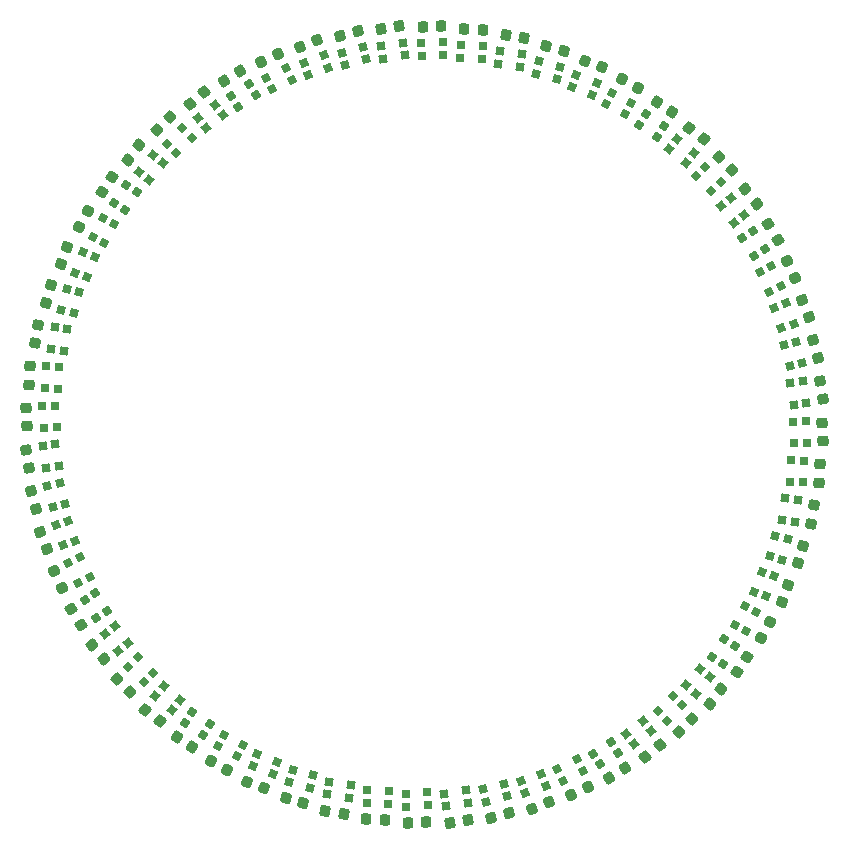
<source format=gbr>
%TF.GenerationSoftware,KiCad,Pcbnew,(6.0.4)*%
%TF.CreationDate,2022-06-17T20:48:29+08:00*%
%TF.ProjectId,WS2812_2020_60bit,57533238-3132-45f3-9230-32305f363062,rev?*%
%TF.SameCoordinates,Original*%
%TF.FileFunction,Soldermask,Top*%
%TF.FilePolarity,Negative*%
%FSLAX46Y46*%
G04 Gerber Fmt 4.6, Leading zero omitted, Abs format (unit mm)*
G04 Created by KiCad (PCBNEW (6.0.4)) date 2022-06-17 20:48:29*
%MOMM*%
%LPD*%
G01*
G04 APERTURE LIST*
G04 Aperture macros list*
%AMRoundRect*
0 Rectangle with rounded corners*
0 $1 Rounding radius*
0 $2 $3 $4 $5 $6 $7 $8 $9 X,Y pos of 4 corners*
0 Add a 4 corners polygon primitive as box body*
4,1,4,$2,$3,$4,$5,$6,$7,$8,$9,$2,$3,0*
0 Add four circle primitives for the rounded corners*
1,1,$1+$1,$2,$3*
1,1,$1+$1,$4,$5*
1,1,$1+$1,$6,$7*
1,1,$1+$1,$8,$9*
0 Add four rect primitives between the rounded corners*
20,1,$1+$1,$2,$3,$4,$5,0*
20,1,$1+$1,$4,$5,$6,$7,0*
20,1,$1+$1,$6,$7,$8,$9,0*
20,1,$1+$1,$8,$9,$2,$3,0*%
%AMRotRect*
0 Rectangle, with rotation*
0 The origin of the aperture is its center*
0 $1 length*
0 $2 width*
0 $3 Rotation angle, in degrees counterclockwise*
0 Add horizontal line*
21,1,$1,$2,0,0,$3*%
G04 Aperture macros list end*
%ADD10RoundRect,0.225000X0.314028X-0.120464X0.152762X0.299648X-0.314028X0.120464X-0.152762X-0.299648X0*%
%ADD11RotRect,0.700000X0.700000X45.000000*%
%ADD12RoundRect,0.225000X0.017528X0.335884X-0.332188X0.052689X-0.017528X-0.335884X0.332188X-0.052689X0*%
%ADD13RotRect,0.700000X0.700000X315.000000*%
%ADD14RotRect,0.700000X0.700000X243.000000*%
%ADD15RotRect,0.700000X0.700000X141.000000*%
%ADD16RoundRect,0.225000X-0.332211X0.052541X-0.087124X-0.324861X0.332211X-0.052541X0.087124X0.324861X0*%
%ADD17RoundRect,0.225000X0.332211X-0.052541X0.087124X0.324861X-0.332211X0.052541X-0.087124X-0.324861X0*%
%ADD18RotRect,0.700000X0.700000X3.000000*%
%ADD19RoundRect,0.225000X-0.120604X0.313974X-0.324899X-0.086979X0.120604X-0.313974X0.324899X0.086979X0*%
%ADD20RotRect,0.700000X0.700000X9.000000*%
%ADD21RoundRect,0.225000X0.282038X0.183247X-0.152629X0.299716X-0.282038X-0.183247X0.152629X-0.299716X0*%
%ADD22RoundRect,0.225000X0.335876X0.017678X0.017678X0.335876X-0.335876X-0.017678X-0.017678X-0.335876X0*%
%ADD23RotRect,0.700000X0.700000X261.000000*%
%ADD24RoundRect,0.225000X0.052689X-0.332188X0.335884X0.017528X-0.052689X0.332188X-0.335884X-0.017528X0*%
%ADD25RotRect,0.700000X0.700000X225.000000*%
%ADD26RoundRect,0.225000X-0.282038X-0.183247X0.152629X-0.299716X0.282038X0.183247X-0.152629X0.299716X0*%
%ADD27RotRect,0.700000X0.700000X291.000000*%
%ADD28RotRect,0.700000X0.700000X345.000000*%
%ADD29RotRect,0.700000X0.700000X303.000000*%
%ADD30RoundRect,0.225000X-0.052689X0.332188X-0.335884X-0.017528X0.052689X-0.332188X0.335884X0.017528X0*%
%ADD31RoundRect,0.225000X-0.261433X0.211608X-0.237882X-0.237776X0.261433X-0.211608X0.237882X0.237776X0*%
%ADD32RoundRect,0.225000X0.332188X0.052689X-0.017528X0.335884X-0.332188X-0.052689X0.017528X-0.335884X0*%
%ADD33RotRect,0.700000X0.700000X51.000000*%
%ADD34RotRect,0.700000X0.700000X117.000000*%
%ADD35RotRect,0.700000X0.700000X123.000000*%
%ADD36RoundRect,0.225000X0.237776X0.237882X-0.211608X0.261433X-0.237776X-0.237882X0.211608X-0.261433X0*%
%ADD37RotRect,0.700000X0.700000X189.000000*%
%ADD38RotRect,0.700000X0.700000X57.000000*%
%ADD39RotRect,0.700000X0.700000X327.000000*%
%ADD40RotRect,0.700000X0.700000X285.000000*%
%ADD41RotRect,0.700000X0.700000X357.000000*%
%ADD42RoundRect,0.225000X0.237882X-0.237776X0.261433X0.211608X-0.237882X0.237776X-0.261433X-0.211608X0*%
%ADD43RotRect,0.700000X0.700000X237.000000*%
%ADD44RotRect,0.700000X0.700000X339.000000*%
%ADD45RotRect,0.700000X0.700000X231.000000*%
%ADD46RoundRect,0.225000X-0.237776X-0.237882X0.211608X-0.261433X0.237776X0.237882X-0.211608X0.261433X0*%
%ADD47RotRect,0.700000X0.700000X27.000000*%
%ADD48RotRect,0.700000X0.700000X201.000000*%
%ADD49RotRect,0.700000X0.700000X105.000000*%
%ADD50RoundRect,0.225000X0.324899X-0.086979X0.120604X0.313974X-0.324899X0.086979X-0.120604X-0.313974X0*%
%ADD51RoundRect,0.225000X0.152629X0.299716X-0.282038X0.183247X-0.152629X-0.299716X0.282038X-0.183247X0*%
%ADD52RotRect,0.700000X0.700000X213.000000*%
%ADD53RoundRect,0.225000X0.086979X0.324899X-0.313974X0.120604X-0.086979X-0.324899X0.313974X-0.120604X0*%
%ADD54RoundRect,0.225000X-0.152762X0.299648X-0.314028X-0.120464X0.152762X-0.299648X0.314028X0.120464X0*%
%ADD55RoundRect,0.225000X-0.324899X0.086979X-0.120604X-0.313974X0.324899X-0.086979X0.120604X0.313974X0*%
%ADD56RotRect,0.700000X0.700000X279.000000*%
%ADD57RoundRect,0.225000X0.211608X0.261433X-0.237776X0.237882X-0.211608X-0.261433X0.237776X-0.237882X0*%
%ADD58RotRect,0.700000X0.700000X21.000000*%
%ADD59RotRect,0.700000X0.700000X87.000000*%
%ADD60RoundRect,0.225000X0.335884X-0.017528X0.052689X0.332188X-0.335884X0.017528X-0.052689X-0.332188X0*%
%ADD61RoundRect,0.225000X-0.211608X-0.261433X0.237776X-0.237882X0.211608X0.261433X-0.237776X0.237882X0*%
%ADD62RotRect,0.700000X0.700000X33.000000*%
%ADD63RoundRect,0.225000X-0.261338X-0.211724X0.183121X-0.282120X0.261338X0.211724X-0.183121X0.282120X0*%
%ADD64RotRect,0.700000X0.700000X333.000000*%
%ADD65RoundRect,0.225000X0.152762X-0.299648X0.314028X0.120464X-0.152762X0.299648X-0.314028X-0.120464X0*%
%ADD66RoundRect,0.225000X-0.313974X-0.120604X0.086979X-0.324899X0.313974X0.120604X-0.086979X0.324899X0*%
%ADD67RotRect,0.700000X0.700000X15.000000*%
%ADD68RotRect,0.700000X0.700000X153.000000*%
%ADD69RoundRect,0.225000X-0.017528X-0.335884X0.332188X-0.052689X0.017528X0.335884X-0.332188X0.052689X0*%
%ADD70RotRect,0.700000X0.700000X135.000000*%
%ADD71RotRect,0.700000X0.700000X177.000000*%
%ADD72RotRect,0.700000X0.700000X69.000000*%
%ADD73RotRect,0.700000X0.700000X249.000000*%
%ADD74RoundRect,0.225000X0.183247X-0.282038X0.299716X0.152629X-0.183247X0.282038X-0.299716X-0.152629X0*%
%ADD75RotRect,0.700000X0.700000X147.000000*%
%ADD76RoundRect,0.225000X-0.017678X0.335876X-0.335876X0.017678X0.017678X-0.335876X0.335876X-0.017678X0*%
%ADD77RoundRect,0.225000X-0.211724X0.261338X-0.282120X-0.183121X0.211724X-0.261338X0.282120X0.183121X0*%
%ADD78RoundRect,0.225000X0.261338X0.211724X-0.183121X0.282120X-0.261338X-0.211724X0.183121X-0.282120X0*%
%ADD79RoundRect,0.225000X-0.332188X-0.052689X0.017528X-0.335884X0.332188X0.052689X-0.017528X0.335884X0*%
%ADD80RoundRect,0.225000X-0.183121X-0.282120X0.261338X-0.211724X0.183121X0.282120X-0.261338X0.211724X0*%
%ADD81RoundRect,0.225000X-0.282120X0.183121X-0.211724X-0.261338X0.282120X-0.183121X0.211724X0.261338X0*%
%ADD82RotRect,0.700000X0.700000X93.000000*%
%ADD83RotRect,0.700000X0.700000X195.000000*%
%ADD84RoundRect,0.225000X-0.152629X-0.299716X0.282038X-0.183247X0.152629X0.299716X-0.282038X0.183247X0*%
%ADD85RotRect,0.700000X0.700000X159.000000*%
%ADD86RotRect,0.700000X0.700000X39.000000*%
%ADD87RotRect,0.700000X0.700000X273.000000*%
%ADD88RotRect,0.700000X0.700000X111.000000*%
%ADD89RotRect,0.700000X0.700000X171.000000*%
%ADD90RoundRect,0.225000X-0.335884X0.017528X-0.052689X-0.332188X0.335884X-0.017528X0.052689X0.332188X0*%
%ADD91RotRect,0.700000X0.700000X129.000000*%
%ADD92RoundRect,0.225000X0.087124X-0.324861X0.332211X0.052541X-0.087124X0.324861X-0.332211X-0.052541X0*%
%ADD93RoundRect,0.225000X0.052541X0.332211X-0.324861X0.087124X-0.052541X-0.332211X0.324861X-0.087124X0*%
%ADD94RotRect,0.700000X0.700000X255.000000*%
%ADD95RotRect,0.700000X0.700000X99.000000*%
%ADD96RotRect,0.700000X0.700000X219.000000*%
%ADD97RoundRect,0.225000X0.324861X0.087124X-0.052541X0.332211X-0.324861X-0.087124X0.052541X-0.332211X0*%
%ADD98RoundRect,0.225000X-0.120464X-0.314028X0.299648X-0.152762X0.120464X0.314028X-0.299648X0.152762X0*%
%ADD99RoundRect,0.225000X-0.237882X0.237776X-0.261433X-0.211608X0.237882X-0.237776X0.261433X0.211608X0*%
%ADD100RoundRect,0.225000X-0.314028X0.120464X-0.152762X-0.299648X0.314028X-0.120464X0.152762X0.299648X0*%
%ADD101RoundRect,0.225000X0.261433X-0.211608X0.237882X0.237776X-0.261433X0.211608X-0.237882X-0.237776X0*%
%ADD102RoundRect,0.225000X0.120464X0.314028X-0.299648X0.152762X-0.120464X-0.314028X0.299648X-0.152762X0*%
%ADD103RotRect,0.700000X0.700000X309.000000*%
%ADD104RoundRect,0.225000X0.313974X0.120604X-0.086979X0.324899X-0.313974X-0.120604X0.086979X-0.324899X0*%
%ADD105RoundRect,0.225000X-0.324861X-0.087124X0.052541X-0.332211X0.324861X0.087124X-0.052541X0.332211X0*%
%ADD106RoundRect,0.225000X0.299648X0.152762X-0.120464X0.314028X-0.299648X-0.152762X0.120464X-0.314028X0*%
%ADD107RotRect,0.700000X0.700000X207.000000*%
%ADD108RotRect,0.700000X0.700000X183.000000*%
%ADD109RotRect,0.700000X0.700000X81.000000*%
%ADD110RoundRect,0.225000X0.120604X-0.313974X0.324899X0.086979X-0.120604X0.313974X-0.324899X-0.086979X0*%
%ADD111RoundRect,0.225000X-0.299648X-0.152762X0.120464X-0.314028X0.299648X0.152762X-0.120464X0.314028X0*%
%ADD112RotRect,0.700000X0.700000X321.000000*%
%ADD113RotRect,0.700000X0.700000X165.000000*%
%ADD114RotRect,0.700000X0.700000X267.000000*%
%ADD115RoundRect,0.225000X0.282120X-0.183121X0.211724X0.261338X-0.282120X0.183121X-0.211724X-0.261338X0*%
%ADD116RotRect,0.700000X0.700000X63.000000*%
%ADD117RoundRect,0.225000X0.299716X-0.152629X0.183247X0.282038X-0.299716X0.152629X-0.183247X-0.282038X0*%
%ADD118RoundRect,0.225000X-0.335876X-0.017678X-0.017678X-0.335876X0.335876X0.017678X0.017678X0.335876X0*%
%ADD119RotRect,0.700000X0.700000X297.000000*%
%ADD120RoundRect,0.225000X0.017678X-0.335876X0.335876X-0.017678X-0.017678X0.335876X-0.335876X0.017678X0*%
%ADD121RotRect,0.700000X0.700000X75.000000*%
%ADD122RoundRect,0.225000X-0.299716X0.152629X-0.183247X-0.282038X0.299716X-0.152629X0.183247X0.282038X0*%
%ADD123RoundRect,0.225000X-0.086979X-0.324899X0.313974X-0.120604X0.086979X0.324899X-0.313974X0.120604X0*%
%ADD124RoundRect,0.225000X0.183121X0.282120X-0.261338X0.211724X-0.183121X-0.282120X0.261338X-0.211724X0*%
%ADD125RoundRect,0.225000X0.211724X-0.261338X0.282120X0.183121X-0.211724X0.261338X-0.282120X-0.183121X0*%
%ADD126RoundRect,0.225000X-0.052541X-0.332211X0.324861X-0.087124X0.052541X0.332211X-0.324861X0.087124X0*%
%ADD127RoundRect,0.225000X-0.183247X0.282038X-0.299716X-0.152629X0.183247X-0.282038X0.299716X0.152629X0*%
%ADD128RotRect,0.700000X0.700000X351.000000*%
%ADD129RoundRect,0.225000X-0.087124X0.324861X-0.332211X-0.052541X0.087124X-0.324861X0.332211X0.052541X0*%
G04 APERTURE END LIST*
D10*
%TO.C,REF\u002A\u002A100*%
X199024925Y-87536283D03*
X198469455Y-86089233D03*
%TD*%
D11*
%TO.C,LED\u002A\u002A74*%
X255291294Y-57273111D03*
X256069111Y-56495294D03*
X254775106Y-55201289D03*
X253997289Y-55979106D03*
%TD*%
D12*
%TO.C,REF\u002A\u002A118*%
X250901442Y-104154213D03*
X249696866Y-105129659D03*
%TD*%
D13*
%TO.C,LED\u002A\u002A8*%
X250726889Y-101291294D03*
X251504706Y-102069111D03*
X252798711Y-100775106D03*
X252020894Y-99997289D03*
%TD*%
D14*
%TO.C,LED\u002A\u002A107*%
X213993551Y-103267808D03*
X213494161Y-104247915D03*
X215124703Y-105078718D03*
X215624093Y-104098611D03*
%TD*%
D15*
%TO.C,LED\u002A\u002A90*%
X208842045Y-54903798D03*
X207987185Y-54211545D03*
X206835529Y-55633722D03*
X207690389Y-56325975D03*
%TD*%
D16*
%TO.C,REF\u002A\u002A72*%
X260085727Y-60045968D03*
X260929917Y-61345908D03*
%TD*%
D17*
%TO.C,REF\u002A\u002A102*%
X201914273Y-93954032D03*
X201070083Y-92654092D03*
%TD*%
D18*
%TO.C,LED\u002A\u002A67*%
X262251814Y-78594113D03*
X263350307Y-78536543D03*
X263254532Y-76709051D03*
X262156039Y-76766621D03*
%TD*%
D19*
%TO.C,REF\u002A\u002A62*%
X260225486Y-93711962D03*
X259521800Y-95093022D03*
%TD*%
D20*
%TO.C,LED\u002A\u002A68*%
X262247244Y-75318676D03*
X263333701Y-75146598D03*
X263047426Y-73339128D03*
X261960969Y-73511206D03*
%TD*%
D21*
%TO.C,REF\u002A\u002A109*%
X220729555Y-109061451D03*
X219232369Y-108660281D03*
%TD*%
D22*
%TO.C,REF\u002A\u002A104*%
X206074808Y-99630808D03*
X204978792Y-98534792D03*
%TD*%
D23*
%TO.C,LED\u002A\u002A110*%
X222943104Y-107237453D03*
X222771026Y-108323910D03*
X224578496Y-108610185D03*
X224750574Y-107523728D03*
%TD*%
D24*
%TO.C,REF\u002A\u002A90*%
X205887774Y-54576914D03*
X206863220Y-53372338D03*
%TD*%
D25*
%TO.C,LED\u002A\u002A104*%
X206708706Y-96726889D03*
X205930889Y-97504706D03*
X207224894Y-98798711D03*
X208002711Y-98020894D03*
%TD*%
D26*
%TO.C,REF\u002A\u002A79*%
X241270445Y-44938549D03*
X242767631Y-45339719D03*
%TD*%
D27*
%TO.C,LED\u002A\u002A115*%
X239141251Y-107214849D03*
X239535455Y-108241788D03*
X241243907Y-107585975D03*
X240849703Y-106559036D03*
%TD*%
D28*
%TO.C,LED\u002A\u002A64*%
X260229633Y-88173434D03*
X261292152Y-88458135D03*
X261765791Y-86690490D03*
X260703272Y-86405789D03*
%TD*%
D29*
%TO.C,LED\u002A\u002A117*%
X245245365Y-104861922D03*
X245844468Y-105784460D03*
X247379235Y-104787770D03*
X246780132Y-103865232D03*
%TD*%
D30*
%TO.C,REF\u002A\u002A60*%
X256112226Y-99423086D03*
X255136780Y-100627662D03*
%TD*%
D31*
%TO.C,REF\u002A\u002A67*%
X264665994Y-76860241D03*
X264747114Y-78408117D03*
%TD*%
D32*
%TO.C,REF\u002A\u002A105*%
X208576914Y-102112226D03*
X207372338Y-101136780D03*
%TD*%
D33*
%TO.C,LED\u002A\u002A75*%
X253096202Y-54842045D03*
X253788455Y-53987185D03*
X252366278Y-52835529D03*
X251674025Y-53690389D03*
%TD*%
D34*
%TO.C,LED\u002A\u002A86*%
X219745037Y-47801662D03*
X219245647Y-46821555D03*
X217615105Y-47652358D03*
X218114495Y-48632465D03*
%TD*%
D35*
%TO.C,LED\u002A\u002A87*%
X216754635Y-49138078D03*
X216155532Y-48215540D03*
X214620765Y-49212230D03*
X215219868Y-50134768D03*
%TD*%
D36*
%TO.C,REF\u002A\u002A111*%
X227619939Y-110496176D03*
X226072063Y-110415056D03*
%TD*%
D37*
%TO.C,LED\u002A\u002A98*%
X199752756Y-78681324D03*
X198666299Y-78853402D03*
X198952574Y-80660872D03*
X200039031Y-80488794D03*
%TD*%
D38*
%TO.C,LED\u002A\u002A76*%
X250659020Y-52653748D03*
X251258123Y-51731210D03*
X249723356Y-50734520D03*
X249124253Y-51657058D03*
%TD*%
D39*
%TO.C,LED\u002A\u002A61*%
X255346252Y-96659020D03*
X256268790Y-97258123D03*
X257265480Y-95723356D03*
X256342942Y-95124253D03*
%TD*%
D40*
%TO.C,LED\u002A\u002A114*%
X235938339Y-107900322D03*
X236223040Y-108962841D03*
X237990685Y-108489202D03*
X237705984Y-107426683D03*
%TD*%
D41*
%TO.C,LED\u002A\u002A66*%
X261913983Y-81852084D03*
X263012476Y-81909654D03*
X263108251Y-80082162D03*
X262009758Y-80024592D03*
%TD*%
D42*
%TO.C,REF\u002A\u002A96*%
X197503824Y-73619939D03*
X197584944Y-72072063D03*
%TD*%
D43*
%TO.C,LED\u002A\u002A106*%
X211340980Y-101346252D03*
X210741877Y-102268790D03*
X212276644Y-103265480D03*
X212875747Y-102342942D03*
%TD*%
D44*
%TO.C,LED\u002A\u002A63*%
X258901569Y-91167553D03*
X259928508Y-91561757D03*
X260584321Y-89853305D03*
X259557382Y-89459101D03*
%TD*%
D45*
%TO.C,LED\u002A\u002A105*%
X208903798Y-99157955D03*
X208211545Y-100012815D03*
X209633722Y-101164471D03*
X210325975Y-100309611D03*
%TD*%
D46*
%TO.C,REF\u002A\u002A81*%
X234380061Y-43503824D03*
X235927937Y-43584944D03*
%TD*%
D47*
%TO.C,LED\u002A\u002A71*%
X260198338Y-65745037D03*
X261178445Y-65245647D03*
X260347642Y-63615105D03*
X259367535Y-64114495D03*
%TD*%
D48*
%TO.C,LED\u002A\u002A100*%
X200785151Y-85141251D03*
X199758212Y-85535455D03*
X200414025Y-87243907D03*
X201440964Y-86849703D03*
%TD*%
D49*
%TO.C,LED\u002A\u002A84*%
X226061661Y-46099678D03*
X225776960Y-45037159D03*
X224009315Y-45510798D03*
X224294016Y-46573317D03*
%TD*%
D50*
%TO.C,REF\u002A\u002A101*%
X200301430Y-90820869D03*
X199597744Y-89439809D03*
%TD*%
D51*
%TO.C,REF\u002A\u002A114*%
X238136259Y-109901253D03*
X236639073Y-110302423D03*
%TD*%
D52*
%TO.C,LED\u002A\u002A102*%
X203138078Y-91245365D03*
X202215540Y-91844468D03*
X203212230Y-93379235D03*
X204134768Y-92780132D03*
%TD*%
D53*
%TO.C,REF\u002A\u002A116*%
X244820869Y-107698570D03*
X243439809Y-108402256D03*
%TD*%
D54*
%TO.C,REF\u002A\u002A63*%
X261812260Y-90565517D03*
X261256790Y-92012567D03*
%TD*%
D55*
%TO.C,REF\u002A\u002A71*%
X261698570Y-63179131D03*
X262402256Y-64560191D03*
%TD*%
D56*
%TO.C,LED\u002A\u002A113*%
X232681324Y-108247244D03*
X232853402Y-109333701D03*
X234660872Y-109047426D03*
X234488794Y-107960969D03*
%TD*%
D57*
%TO.C,REF\u002A\u002A112*%
X231139759Y-110665994D03*
X229591883Y-110747114D03*
%TD*%
D58*
%TO.C,LED\u002A\u002A70*%
X261214849Y-68858749D03*
X262241788Y-68464545D03*
X261585975Y-66756093D03*
X260559036Y-67150297D03*
%TD*%
D59*
%TO.C,LED\u002A\u002A81*%
X235852084Y-46086017D03*
X235909654Y-44987524D03*
X234082162Y-44891749D03*
X234024592Y-45990242D03*
%TD*%
D60*
%TO.C,REF\u002A\u002A103*%
X203845787Y-96901442D03*
X202870341Y-95696866D03*
%TD*%
D61*
%TO.C,REF\u002A\u002A82*%
X230860241Y-43334006D03*
X232408117Y-43252886D03*
%TD*%
D62*
%TO.C,LED\u002A\u002A72*%
X258861922Y-62754635D03*
X259784460Y-62155532D03*
X258787770Y-60620765D03*
X257865232Y-61219868D03*
%TD*%
D63*
%TO.C,REF\u002A\u002A80*%
X237862850Y-44040631D03*
X239393766Y-44283105D03*
%TD*%
D64*
%TO.C,LED\u002A\u002A62*%
X257267808Y-94006449D03*
X258247915Y-94505839D03*
X259078718Y-92875297D03*
X258098611Y-92375907D03*
%TD*%
D65*
%TO.C,REF\u002A\u002A93*%
X200187740Y-63434483D03*
X200743210Y-61987433D03*
%TD*%
D66*
%TO.C,REF\u002A\u002A77*%
X247711962Y-47774514D03*
X249093022Y-48478200D03*
%TD*%
D67*
%TO.C,LED\u002A\u002A69*%
X261900322Y-72061661D03*
X262962841Y-71776960D03*
X262489202Y-70009315D03*
X261426683Y-70294016D03*
%TD*%
D68*
%TO.C,LED\u002A\u002A92*%
X204732192Y-59993551D03*
X203752085Y-59494161D03*
X202921282Y-61124703D03*
X203901389Y-61624093D03*
%TD*%
D69*
%TO.C,REF\u002A\u002A88*%
X211098558Y-49845787D03*
X212303134Y-48870341D03*
%TD*%
D70*
%TO.C,LED\u002A\u002A89*%
X211273111Y-52708706D03*
X210495294Y-51930889D03*
X209201289Y-53224894D03*
X209979106Y-54002711D03*
%TD*%
D71*
%TO.C,LED\u002A\u002A96*%
X200086017Y-72147916D03*
X198987524Y-72090346D03*
X198891749Y-73917838D03*
X199990242Y-73975408D03*
%TD*%
D72*
%TO.C,LED\u002A\u002A78*%
X245167553Y-49098431D03*
X245561757Y-48071492D03*
X243853305Y-47415679D03*
X243459101Y-48442618D03*
%TD*%
D73*
%TO.C,LED\u002A\u002A108*%
X216832447Y-104901569D03*
X216438243Y-105928508D03*
X218146695Y-106584321D03*
X218540899Y-105557382D03*
%TD*%
D74*
%TO.C,REF\u002A\u002A94*%
X198938549Y-66729555D03*
X199339719Y-65232369D03*
%TD*%
D75*
%TO.C,LED\u002A\u002A91*%
X206653748Y-57340980D03*
X205731210Y-56741877D03*
X204734520Y-58276644D03*
X205657058Y-58875747D03*
%TD*%
D76*
%TO.C,REF\u002A\u002A8*%
X253630808Y-101925192D03*
X252534792Y-103021208D03*
%TD*%
D77*
%TO.C,REF\u002A\u002A65*%
X263959369Y-83862850D03*
X263716895Y-85393766D03*
%TD*%
D78*
%TO.C,REF\u002A\u002A110*%
X224137150Y-109959369D03*
X222606234Y-109716895D03*
%TD*%
D79*
%TO.C,REF\u002A\u002A75*%
X253423086Y-51887774D03*
X254627662Y-52863220D03*
%TD*%
D80*
%TO.C,REF\u002A\u002A83*%
X227341953Y-43533041D03*
X228872869Y-43290567D03*
%TD*%
D81*
%TO.C,REF\u002A\u002A68*%
X264466959Y-73341953D03*
X264709433Y-74872869D03*
%TD*%
D82*
%TO.C,LED\u002A\u002A82*%
X232594113Y-45748186D03*
X232536543Y-44649693D03*
X230709051Y-44745468D03*
X230766621Y-45843961D03*
%TD*%
D83*
%TO.C,LED\u002A\u002A99*%
X200099678Y-81938339D03*
X199037159Y-82223040D03*
X199510798Y-83990685D03*
X200573317Y-83705984D03*
%TD*%
D84*
%TO.C,REF\u002A\u002A84*%
X223863741Y-44098747D03*
X225360927Y-43697577D03*
%TD*%
D85*
%TO.C,LED\u002A\u002A93*%
X203098431Y-62832447D03*
X202071492Y-62438243D03*
X201415679Y-64146695D03*
X202442618Y-64540899D03*
%TD*%
D86*
%TO.C,LED\u002A\u002A73*%
X257220245Y-59920309D03*
X258075105Y-59228056D03*
X256923449Y-57805879D03*
X256068589Y-58498132D03*
%TD*%
D87*
%TO.C,LED\u002A\u002A112*%
X229405887Y-108251814D03*
X229463457Y-109350307D03*
X231290949Y-109254532D03*
X231233379Y-108156039D03*
%TD*%
D88*
%TO.C,LED\u002A\u002A85*%
X222858749Y-46785151D03*
X222464545Y-45758212D03*
X220756093Y-46414025D03*
X221150297Y-47440964D03*
%TD*%
D89*
%TO.C,LED\u002A\u002A95*%
X200762547Y-68943104D03*
X199676090Y-68771026D03*
X199389815Y-70578496D03*
X200476272Y-70750574D03*
%TD*%
D90*
%TO.C,REF\u002A\u002A73*%
X258154213Y-57098558D03*
X259129659Y-58303134D03*
%TD*%
D91*
%TO.C,LED\u002A\u002A88*%
X213920309Y-50779755D03*
X213228056Y-49924895D03*
X211805879Y-51076551D03*
X212498132Y-51931411D03*
%TD*%
D92*
%TO.C,REF\u002A\u002A91*%
X203681491Y-57324693D03*
X204525681Y-56024753D03*
%TD*%
D93*
%TO.C,REF\u002A\u002A117*%
X247954032Y-106085727D03*
X246654092Y-106929917D03*
%TD*%
D94*
%TO.C,LED\u002A\u002A109*%
X219826566Y-106229633D03*
X219541865Y-107292152D03*
X221309510Y-107765791D03*
X221594211Y-106703272D03*
%TD*%
D95*
%TO.C,LED\u002A\u002A83*%
X229318676Y-45752756D03*
X229146598Y-44666299D03*
X227339128Y-44952574D03*
X227511206Y-46039031D03*
%TD*%
D96*
%TO.C,LED\u002A\u002A103*%
X204779755Y-94079691D03*
X203924895Y-94771944D03*
X205076551Y-96194121D03*
X205931411Y-95501868D03*
%TD*%
D97*
%TO.C,REF\u002A\u002A106*%
X211324693Y-104318509D03*
X210024753Y-103474319D03*
%TD*%
D98*
%TO.C,REF\u002A\u002A85*%
X220463717Y-45024925D03*
X221910767Y-44469455D03*
%TD*%
D99*
%TO.C,REF\u002A\u002A66*%
X264496176Y-80380061D03*
X264415056Y-81927937D03*
%TD*%
D100*
%TO.C,REF\u002A\u002A70*%
X262975075Y-66463717D03*
X263530545Y-67910767D03*
%TD*%
D101*
%TO.C,REF\u002A\u002A97*%
X197334006Y-77139759D03*
X197252886Y-75591883D03*
%TD*%
D102*
%TO.C,REF\u002A\u002A115*%
X241536283Y-108975075D03*
X240089233Y-109530545D03*
%TD*%
D103*
%TO.C,LED\u002A\u002A118*%
X248079691Y-103220245D03*
X248771944Y-104075105D03*
X250194121Y-102923449D03*
X249501868Y-102068589D03*
%TD*%
D104*
%TO.C,REF\u002A\u002A107*%
X214288038Y-106225486D03*
X212906978Y-105521800D03*
%TD*%
D105*
%TO.C,REF\u002A\u002A76*%
X250675307Y-49681491D03*
X251975247Y-50525681D03*
%TD*%
D106*
%TO.C,REF\u002A\u002A108*%
X217434483Y-107812260D03*
X215987433Y-107256790D03*
%TD*%
D107*
%TO.C,LED\u002A\u002A101*%
X201801662Y-88254963D03*
X200821555Y-88754353D03*
X201652358Y-90384895D03*
X202632465Y-89885505D03*
%TD*%
D108*
%TO.C,LED\u002A\u002A97*%
X199748186Y-75405887D03*
X198649693Y-75463457D03*
X198745468Y-77290949D03*
X199843961Y-77233379D03*
%TD*%
D109*
%TO.C,LED\u002A\u002A80*%
X239056896Y-46762547D03*
X239228974Y-45676090D03*
X237421504Y-45389815D03*
X237249426Y-46476272D03*
%TD*%
D110*
%TO.C,REF\u002A\u002A92*%
X201774514Y-60288038D03*
X202478200Y-58906978D03*
%TD*%
D111*
%TO.C,REF\u002A\u002A78*%
X244565517Y-46187740D03*
X246012567Y-46743210D03*
%TD*%
D112*
%TO.C,LED\u002A\u002A60*%
X253157955Y-99096202D03*
X254012815Y-99788455D03*
X255164471Y-98366278D03*
X254309611Y-97674025D03*
%TD*%
D113*
%TO.C,LED\u002A\u002A94*%
X201770367Y-65826566D03*
X200707848Y-65541865D03*
X200234209Y-67309510D03*
X201296728Y-67594211D03*
%TD*%
D114*
%TO.C,LED\u002A\u002A111*%
X226147916Y-107913983D03*
X226090346Y-109012476D03*
X227917838Y-109108251D03*
X227975408Y-108009758D03*
%TD*%
D115*
%TO.C,REF\u002A\u002A98*%
X197533041Y-80658047D03*
X197290567Y-79127131D03*
%TD*%
D116*
%TO.C,LED\u002A\u002A77*%
X248006449Y-50732192D03*
X248505839Y-49752085D03*
X246875297Y-48921282D03*
X246375907Y-49901389D03*
%TD*%
D117*
%TO.C,REF\u002A\u002A99*%
X198098747Y-84136259D03*
X197697577Y-82639073D03*
%TD*%
D118*
%TO.C,REF\u002A\u002A74*%
X255925192Y-54369192D03*
X257021208Y-55465208D03*
%TD*%
D119*
%TO.C,LED\u002A\u002A116*%
X242254963Y-106198338D03*
X242754353Y-107178445D03*
X244384895Y-106347642D03*
X243885505Y-105367535D03*
%TD*%
D120*
%TO.C,REF\u002A\u002A89*%
X208369192Y-52074808D03*
X209465208Y-50978792D03*
%TD*%
D121*
%TO.C,LED\u002A\u002A79*%
X242173434Y-47770367D03*
X242458135Y-46707848D03*
X240690490Y-46234209D03*
X240405789Y-47296728D03*
%TD*%
D122*
%TO.C,REF\u002A\u002A69*%
X263901253Y-69863741D03*
X264302423Y-71360927D03*
%TD*%
D123*
%TO.C,REF\u002A\u002A86*%
X217179131Y-46301430D03*
X218560191Y-45597744D03*
%TD*%
D124*
%TO.C,REF\u002A\u002A113*%
X234658047Y-110466959D03*
X233127131Y-110709433D03*
%TD*%
D125*
%TO.C,REF\u002A\u002A95*%
X198040631Y-70137150D03*
X198283105Y-68606234D03*
%TD*%
D126*
%TO.C,REF\u002A\u002A87*%
X214045968Y-47914273D03*
X215345908Y-47070083D03*
%TD*%
D127*
%TO.C,REF\u002A\u002A64*%
X263061451Y-87270445D03*
X262660281Y-88767631D03*
%TD*%
D128*
%TO.C,LED\u002A\u002A65*%
X261237453Y-85056896D03*
X262323910Y-85228974D03*
X262610185Y-83421504D03*
X261523728Y-83249426D03*
%TD*%
D129*
%TO.C,REF\u002A\u002A61*%
X258318509Y-96675307D03*
X257474319Y-97975247D03*
%TD*%
M02*

</source>
